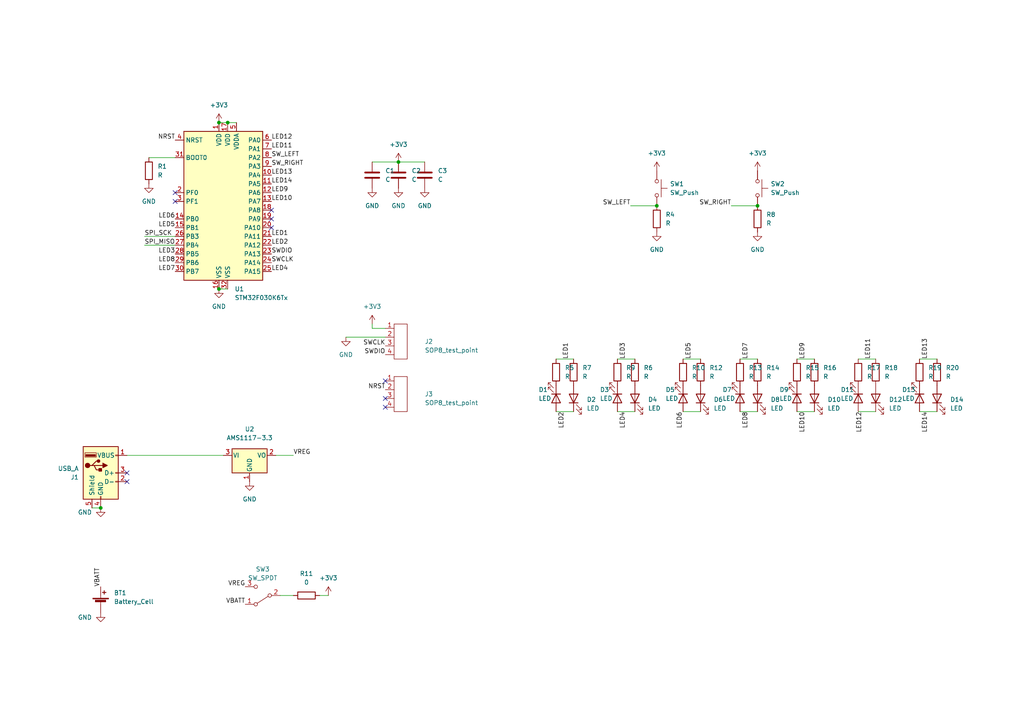
<source format=kicad_sch>
(kicad_sch (version 20211123) (generator eeschema)
  (paper "A4")
  (lib_symbols
    (symbol "Connector:USB_A" (pin_names (offset 1.016))
      (property "Reference" "J" (at -5.08 11.43 0))
      (property "Value" "USB_A" (at -5.08 8.89 0))
      (symbol "USB_A_0_1"
        (rectangle (start -5.08 -7.62) (end 5.08 7.62) (stroke (width 0.254)) (fill (type background)))
        (circle (center -3.81 2.159) (radius 0.635) (stroke (width 0.254)) (fill (type outline)))
        (rectangle (start -1.524 4.826) (end -4.318 5.334) (fill (type outline)))
        (rectangle (start -1.27 4.572) (end -4.572 5.842))
        (circle (center -0.635 3.429) (radius 0.381) (stroke (width 0.254)) (fill (type outline)))
        (rectangle (start -0.127 -7.62) (end 0.127 -6.858))
        (polyline (pts (xy -3.175 2.159) (xy -2.54 2.159) (xy -1.27 3.429) (xy -0.635 3.429)) (stroke (width 0.254)))
        (polyline (pts (xy -2.54 2.159) (xy -1.905 2.159) (xy -1.27 0.889) (xy 0 0.889)) (stroke (width 0.254)))
        (polyline (pts (xy 0.635 2.794) (xy 0.635 1.524) (xy 1.905 2.159) (xy 0.635 2.794)) (stroke (width 0.254)) (fill (type outline)))
        (rectangle (start 0.254 1.27) (end -0.508 0.508) (stroke (width 0.254)) (fill (type outline)))
        (rectangle (start 5.08 -2.667) (end 4.318 -2.413))
        (rectangle (start 5.08 -0.127) (end 4.318 0.127))
        (rectangle (start 5.08 4.953) (end 4.318 5.207))
      )
      (symbol "USB_A_1_1"
        (polyline (pts (xy -1.905 2.159) (xy 0.635 2.159)) (stroke (width 0.254)))
        (pin power_in line (at 7.62 5.08 180) (length 2.54) (name "VBUS") (number "1"))
        (pin bidirectional line (at 7.62 -2.54 180) (length 2.54) (name "D-") (number "2"))
        (pin bidirectional line (at 7.62 0 180) (length 2.54) (name "D+") (number "3"))
        (pin power_in line (at 0 -10.16 90) (length 2.54) (name "GND") (number "4"))
        (pin passive line (at -2.54 -10.16 90) (length 2.54) (name "Shield") (number "5"))
      )
    )
    (symbol "Device:Battery_Cell" (pin_numbers hide) (pin_names (offset 0) hide)
      (property "Reference" "BT" (at 2.54 2.54 0))
      (property "Value" "Battery_Cell" (at 2.54 0 0))
      (symbol "Battery_Cell_0_1"
        (rectangle (start -2.286 1.778) (end 2.286 1.524) (fill (type outline)))
        (rectangle (start -1.5748 1.1938) (end 1.4732 0.6858) (fill (type outline)))
        (polyline (pts (xy 0 0.762) (xy 0 0)))
        (polyline (pts (xy 0 1.778) (xy 0 2.54)))
        (polyline (pts (xy 0.508 3.429) (xy 1.524 3.429)) (stroke (width 0.254)))
        (polyline (pts (xy 1.016 3.937) (xy 1.016 2.921)) (stroke (width 0.254)))
      )
      (symbol "Battery_Cell_1_1"
        (pin passive line (at 0 5.08 270) (length 2.54) (name "+") (number "1"))
        (pin passive line (at 0 -2.54 90) (length 2.54) (name "-") (number "2"))
      )
    )
    (symbol "Device:C" (pin_numbers hide) (pin_names (offset 0.254))
      (property "Reference" "C" (at 0.635 2.54 0))
      (property "Value" "C" (at 0.635 -2.54 0))
      (symbol "C_0_1"
        (polyline (pts (xy -2.032 -0.762) (xy 2.032 -0.762)) (stroke (width 0.508)))
        (polyline (pts (xy -2.032 0.762) (xy 2.032 0.762)) (stroke (width 0.508)))
      )
      (symbol "C_1_1"
        (pin passive line (at 0 3.81 270) (length 2.794) (name "~") (number "1"))
        (pin passive line (at 0 -3.81 90) (length 2.794) (name "~") (number "2"))
      )
    )
    (symbol "Device:LED" (pin_numbers hide) (pin_names (offset 1.016) hide)
      (property "Reference" "D" (at 0 2.54 0))
      (property "Value" "LED" (at 0 -2.54 0))
      (symbol "LED_0_1"
        (polyline (pts (xy -1.27 -1.27) (xy -1.27 1.27)) (stroke (width 0.254)))
        (polyline (pts (xy -1.27 0) (xy 1.27 0)))
        (polyline (pts (xy 1.27 -1.27) (xy 1.27 1.27) (xy -1.27 0) (xy 1.27 -1.27)) (stroke (width 0.254)))
        (polyline (pts (xy -3.048 -0.762) (xy -4.572 -2.286) (xy -3.81 -2.286) (xy -4.572 -2.286) (xy -4.572 -1.524)))
        (polyline (pts (xy -1.778 -0.762) (xy -3.302 -2.286) (xy -2.54 -2.286) (xy -3.302 -2.286) (xy -3.302 -1.524)))
      )
      (symbol "LED_1_1"
        (pin passive line (at -3.81 0 0) (length 2.54) (name "K") (number "1"))
        (pin passive line (at 3.81 0 180) (length 2.54) (name "A") (number "2"))
      )
    )
    (symbol "Device:R" (pin_numbers hide) (pin_names (offset 0))
      (property "Reference" "R" (at 2.032 0 90))
      (property "Value" "R" (at 0 0 90))
      (symbol "R_0_1"
        (rectangle (start -1.016 -2.54) (end 1.016 2.54) (stroke (width 0.254)))
      )
      (symbol "R_1_1"
        (pin passive line (at 0 3.81 270) (length 1.27) (name "~") (number "1"))
        (pin passive line (at 0 -3.81 90) (length 1.27) (name "~") (number "2"))
      )
    )
    (symbol "MCU_ST_STM32F0:STM32F030K6Tx"
      (property "Reference" "U" (at -12.7 21.59 0))
      (property "Value" "STM32F030K6Tx" (at 5.08 21.59 0))
      (symbol "STM32F030K6Tx_0_1"
        (rectangle (start -12.7 -22.86) (end 10.16 20.32) (stroke (width 0.254)) (fill (type background)))
      )
      (symbol "STM32F030K6Tx_1_1"
        (pin power_in line (at -2.54 22.86 270) (length 2.54) (name "VDD") (number "1"))
        (pin bidirectional line (at 12.7 7.62 180) (length 2.54) (name "PA4") (number "10"))
        (pin bidirectional line (at 12.7 5.08 180) (length 2.54) (name "PA5") (number "11"))
        (pin bidirectional line (at 12.7 2.54 180) (length 2.54) (name "PA6") (number "12"))
        (pin bidirectional line (at 12.7 0 180) (length 2.54) (name "PA7") (number "13"))
        (pin bidirectional line (at -15.24 -5.08 0) (length 2.54) (name "PB0") (number "14"))
        (pin bidirectional line (at -15.24 -7.62 0) (length 2.54) (name "PB1") (number "15"))
        (pin power_in line (at -2.54 -25.4 90) (length 2.54) (name "VSS") (number "16"))
        (pin power_in line (at 0 22.86 270) (length 2.54) (name "VDD") (number "17"))
        (pin bidirectional line (at 12.7 -2.54 180) (length 2.54) (name "PA8") (number "18"))
        (pin bidirectional line (at 12.7 -5.08 180) (length 2.54) (name "PA9") (number "19"))
        (pin input line (at -15.24 2.54 0) (length 2.54) (name "PF0") (number "2"))
        (pin bidirectional line (at 12.7 -7.62 180) (length 2.54) (name "PA10") (number "20"))
        (pin bidirectional line (at 12.7 -10.16 180) (length 2.54) (name "PA11") (number "21"))
        (pin bidirectional line (at 12.7 -12.7 180) (length 2.54) (name "PA12") (number "22"))
        (pin bidirectional line (at 12.7 -15.24 180) (length 2.54) (name "PA13") (number "23"))
        (pin bidirectional line (at 12.7 -17.78 180) (length 2.54) (name "PA14") (number "24"))
        (pin bidirectional line (at 12.7 -20.32 180) (length 2.54) (name "PA15") (number "25"))
        (pin bidirectional line (at -15.24 -10.16 0) (length 2.54) (name "PB3") (number "26"))
        (pin bidirectional line (at -15.24 -12.7 0) (length 2.54) (name "PB4") (number "27"))
        (pin bidirectional line (at -15.24 -15.24 0) (length 2.54) (name "PB5") (number "28"))
        (pin bidirectional line (at -15.24 -17.78 0) (length 2.54) (name "PB6") (number "29"))
        (pin input line (at -15.24 0 0) (length 2.54) (name "PF1") (number "3"))
        (pin bidirectional line (at -15.24 -20.32 0) (length 2.54) (name "PB7") (number "30"))
        (pin input line (at -15.24 12.7 0) (length 2.54) (name "BOOT0") (number "31"))
        (pin power_in line (at 0 -25.4 90) (length 2.54) (name "VSS") (number "32"))
        (pin input line (at -15.24 17.78 0) (length 2.54) (name "NRST") (number "4"))
        (pin power_in line (at 2.54 22.86 270) (length 2.54) (name "VDDA") (number "5"))
        (pin bidirectional line (at 12.7 17.78 180) (length 2.54) (name "PA0") (number "6"))
        (pin bidirectional line (at 12.7 15.24 180) (length 2.54) (name "PA1") (number "7"))
        (pin bidirectional line (at 12.7 12.7 180) (length 2.54) (name "PA2") (number "8"))
        (pin bidirectional line (at 12.7 10.16 180) (length 2.54) (name "PA3") (number "9"))
      )
    )
    (symbol "New_Library:SOP8_test_point"
      (property "Reference" "J2" (at 6.35 1.2701 0))
      (property "Value" "SOP8_test_point" (at 6.35 -1.2699 0))
      (symbol "SOP8_test_point_0_1"
        (rectangle (start -2.54 6.35) (end 1.27 -3.81))
      )
      (symbol "SOP8_test_point_1_1"
        (pin input line (at -5.08 5.08 0) (length 2.54) (name "") (number "1"))
        (pin input line (at -5.08 2.54 0) (length 2.54) (name "") (number "2"))
        (pin input line (at -5.08 0 0) (length 2.54) (name "") (number "3"))
        (pin input line (at -5.08 -2.54 0) (length 2.54) (name "") (number "4"))
      )
    )
    (symbol "Regulator_Linear:AMS1117-3.3" (pin_names (offset 0.254))
      (property "Reference" "U" (at -3.81 3.175 0))
      (property "Value" "AMS1117-3.3" (at 0 3.175 0))
      (symbol "AMS1117-3.3_0_1"
        (rectangle (start -5.08 -5.08) (end 5.08 1.905) (stroke (width 0.254)) (fill (type background)))
      )
      (symbol "AMS1117-3.3_1_1"
        (pin power_in line (at 0 -7.62 90) (length 2.54) (name "GND") (number "1"))
        (pin power_out line (at 7.62 0 180) (length 2.54) (name "VO") (number "2"))
        (pin power_in line (at -7.62 0 0) (length 2.54) (name "VI") (number "3"))
      )
    )
    (symbol "Switch:SW_Push" (pin_numbers hide) (pin_names (offset 1.016) hide)
      (property "Reference" "SW" (at 1.27 2.54 0))
      (property "Value" "SW_Push" (at 0 -1.524 0))
      (symbol "SW_Push_0_1"
        (circle (center -2.032 0) (radius 0.508))
        (polyline (pts (xy 0 1.27) (xy 0 3.048)))
        (polyline (pts (xy 2.54 1.27) (xy -2.54 1.27)))
        (circle (center 2.032 0) (radius 0.508))
        (pin passive line (at -5.08 0 0) (length 2.54) (name "1") (number "1"))
        (pin passive line (at 5.08 0 180) (length 2.54) (name "2") (number "2"))
      )
    )
    (symbol "Switch:SW_SPDT" (pin_names (offset 0) hide)
      (property "Reference" "SW" (at 0 4.318 0))
      (property "Value" "SW_SPDT" (at 0 -5.08 0))
      (symbol "SW_SPDT_0_0"
        (circle (center -2.032 0) (radius 0.508))
        (circle (center 2.032 -2.54) (radius 0.508))
      )
      (symbol "SW_SPDT_0_1"
        (polyline (pts (xy -1.524 0.254) (xy 1.651 2.286)))
        (circle (center 2.032 2.54) (radius 0.508))
      )
      (symbol "SW_SPDT_1_1"
        (pin passive line (at 5.08 2.54 180) (length 2.54) (name "A") (number "1"))
        (pin passive line (at -5.08 0 0) (length 2.54) (name "B") (number "2"))
        (pin passive line (at 5.08 -2.54 180) (length 2.54) (name "C") (number "3"))
      )
    )
    (symbol "power:+3.3V" (power) (pin_names (offset 0))
      (property "Value" "+3.3V" (at 0 3.556 0))
      (symbol "+3.3V_0_1"
        (polyline (pts (xy -0.762 1.27) (xy 0 2.54)))
        (polyline (pts (xy 0 0) (xy 0 2.54)))
        (polyline (pts (xy 0 2.54) (xy 0.762 1.27)))
      )
      (symbol "+3.3V_1_1"
        (pin power_in line (at 0 0 90) (length 0) hide (name "+3V3") (number "1"))
      )
    )
    (symbol "power:+3V3" (power) (pin_names (offset 0))
      (property "Value" "+3V3" (at 0 3.556 0))
      (symbol "+3V3_0_1"
        (polyline (pts (xy -0.762 1.27) (xy 0 2.54)))
        (polyline (pts (xy 0 0) (xy 0 2.54)))
        (polyline (pts (xy 0 2.54) (xy 0.762 1.27)))
      )
      (symbol "+3V3_1_1"
        (pin power_in line (at 0 0 90) (length 0) hide (name "+3V3") (number "1"))
      )
    )
    (symbol "power:GND" (power) (pin_names (offset 0))
      (property "Value" "GND" (at 0 -3.81 0))
      (symbol "GND_0_1"
        (polyline (pts (xy 0 0) (xy 0 -1.27) (xy 1.27 -1.27) (xy 0 -2.54) (xy -1.27 -1.27) (xy 0 -1.27)))
      )
      (symbol "GND_1_1"
        (pin power_in line (at 0 0 270) (length 0) hide (name "GND") (number "1"))
      )
    )
  )
  (junction (at 63.5 83.82))
  (junction (at 190.5 59.69))
  (junction (at 29.21 147.32))
  (junction (at 219.71 59.69))
  (junction (at 63.5 35.56))
  (junction (at 115.57 46.99))
  (junction (at 66.04 35.56))
  (no_connect (at 50.8 55.88))
  (no_connect (at 50.8 58.42))
  (no_connect (at 111.76 110.49))
  (no_connect (at 111.76 115.57))
  (no_connect (at 111.76 118.11))
  (no_connect (at 78.74 60.96))
  (no_connect (at 78.74 63.5))
  (no_connect (at 78.74 66.04))
  (no_connect (at 36.83 137.16))
  (no_connect (at 36.83 139.7))
  (wire (pts (xy 29.21 147.32) (xy 26.67 147.32)))
  (wire (pts (xy 66.04 35.56) (xy 68.58 35.56)))
  (wire (pts (xy 266.7 119.38) (xy 271.78 119.38)))
  (wire (pts (xy 115.57 46.99) (xy 123.19 46.99)))
  (wire (pts (xy 161.29 119.38) (xy 166.37 119.38)))
  (wire (pts (xy 36.83 132.08) (xy 64.77 132.08)))
  (wire (pts (xy 63.5 35.56) (xy 66.04 35.56)))
  (wire (pts (xy 41.91 68.58) (xy 50.8 68.58)))
  (wire (pts (xy 43.18 45.72) (xy 50.8 45.72)))
  (wire (pts (xy 107.95 46.99) (xy 115.57 46.99)))
  (wire (pts (xy 231.14 104.14) (xy 236.22 104.14)))
  (wire (pts (xy 266.7 104.14) (xy 271.78 104.14)))
  (wire (pts (xy 161.29 104.14) (xy 166.37 104.14)))
  (wire (pts (xy 41.91 71.12) (xy 50.8 71.12)))
  (wire (pts (xy 182.88 59.69) (xy 190.5 59.69)))
  (wire (pts (xy 198.12 104.14) (xy 203.2 104.14)))
  (wire (pts (xy 107.95 95.25) (xy 111.76 95.25)))
  (wire (pts (xy 248.92 104.14) (xy 254 104.14)))
  (wire (pts (xy 214.63 119.38) (xy 219.71 119.38)))
  (wire (pts (xy 80.01 132.08) (xy 85.09 132.08)))
  (wire (pts (xy 63.5 83.82) (xy 66.04 83.82)))
  (wire (pts (xy 231.14 119.38) (xy 236.22 119.38)))
  (wire (pts (xy 212.09 59.69) (xy 219.71 59.69)))
  (wire (pts (xy 179.07 119.38) (xy 184.15 119.38)))
  (wire (pts (xy 198.12 119.38) (xy 203.2 119.38)))
  (wire (pts (xy 214.63 104.14) (xy 219.71 104.14)))
  (wire (pts (xy 100.33 97.79) (xy 111.76 97.79)))
  (wire (pts (xy 179.07 104.14) (xy 184.15 104.14)))
  (wire (pts (xy 248.92 119.38) (xy 254 119.38)))
  (wire (pts (xy 92.71 172.72) (xy 95.25 172.72)))
  (wire (pts (xy 81.28 172.72) (xy 85.09 172.72)))
  (wire (pts (xy 107.95 93.98) (xy 107.95 95.25)))
  (label "SPI_MISO" (at 41.91 71.12 0))
  (label "SWCLK" (at 111.76 100.33 180))
  (label "LED12" (at 250.19 119.38 270))
  (label "NRST" (at 111.76 113.03 180))
  (label "LED10" (at 233.68 119.38 270))
  (label "SW_RIGHT" (at 78.74 48.26 0))
  (label "LED3" (at 50.8 73.66 180))
  (label "LED8" (at 217.17 119.38 270))
  (label "LED6" (at 198.12 119.38 270))
  (label "LED5" (at 200.66 104.14 90))
  (label "VBATT" (at 29.21 170.18 90))
  (label "NRST" (at 50.8 40.64 180))
  (label "LED1" (at 78.74 68.58 0))
  (label "LED9" (at 78.74 55.88 0))
  (label "LED11" (at 252.73 104.14 90))
  (label "LED14" (at 78.74 53.34 0))
  (label "LED2" (at 78.74 71.12 0))
  (label "SPI_SCK" (at 41.91 68.58 0))
  (label "VREG" (at 85.09 132.08 0))
  (label "LED8" (at 50.8 76.2 180))
  (label "SWCLK" (at 78.74 76.2 0))
  (label "LED6" (at 50.8 63.5 180))
  (label "SWDIO" (at 111.76 102.87 180))
  (label "LED14" (at 269.24 119.38 270))
  (label "LED4" (at 78.74 78.74 0))
  (label "LED13" (at 269.24 104.14 90))
  (label "VREG" (at 71.12 170.18 180))
  (label "LED11" (at 78.74 43.18 0))
  (label "LED7" (at 217.17 104.14 90))
  (label "LED13" (at 78.74 50.8 0))
  (label "LED2" (at 163.83 119.38 270))
  (label "SW_RIGHT" (at 212.09 59.69 180))
  (label "LED5" (at 50.8 66.04 180))
  (label "SW_LEFT" (at 78.74 45.72 0))
  (label "LED1" (at 165.1 104.14 90))
  (label "LED4" (at 181.61 119.38 270))
  (label "LED7" (at 50.8 78.74 180))
  (label "LED3" (at 181.61 104.14 90))
  (label "LED9" (at 233.68 104.14 90))
  (label "SWDIO" (at 78.74 73.66 0))
  (label "VBATT" (at 71.12 175.26 180))
  (label "LED10" (at 78.74 58.42 0))
  (label "SW_LEFT" (at 182.88 59.69 180))
  (label "LED12" (at 78.74 40.64 0))
  (symbol (lib_id "Device:LED") (at 271.78 115.57 90) (unit 1)
    (property "Reference" "D14" (at 275.59 115.8874 90) (effects (justify right)))
    (property "Value" "LED" (at 275.59 118.4274 90) (effects (justify right)))
    (property "Footprint" "LED_SMD:LED_0805_2012Metric_Pad1.15x1.40mm_HandSolder" (effects hide))
  )
  (symbol (lib_id "Device:Battery_Cell") (at 29.21 175.26 0) (unit 1)
    (property "Reference" "BT1" (at 33.02 171.9579 0) (effects (justify left)))
    (property "Value" "Battery_Cell" (at 33.02 174.4979 0) (effects (justify left)))
    (property "Footprint" "Battery:BatteryHolder_Keystone_3034_1x20mm" (effects hide))
  )
  (symbol (lib_id "Device:R") (at 219.71 63.5 180) (unit 1)
    (property "Reference" "R8" (at 222.25 62.2299 0) (effects (justify right)))
    (property "Value" "R" (at 222.25 64.7699 0) (effects (justify right)))
    (property "Footprint" "Resistor_SMD:R_0805_2012Metric_Pad1.20x1.40mm_HandSolder" (effects hide))
  )
  (symbol (lib_id "Device:R") (at 198.12 107.95 180) (unit 1)
    (property "Reference" "R10" (at 200.66 106.6799 0) (effects (justify right)))
    (property "Value" "R" (at 200.66 109.2199 0) (effects (justify right)))
    (property "Footprint" "Resistor_SMD:R_0805_2012Metric_Pad1.20x1.40mm_HandSolder" (effects hide))
  )
  (symbol (lib_id "Device:LED") (at 161.29 115.57 270) (unit 1)
    (property "Reference" "D1" (at 156.21 113.03 90) (effects (justify left)))
    (property "Value" "LED" (at 156.21 115.57 90) (effects (justify left)))
    (property "Footprint" "LED_SMD:LED_0805_2012Metric_Pad1.15x1.40mm_HandSolder" (effects hide))
  )
  (symbol (lib_id "Device:R") (at 43.18 49.53 0) (unit 1)
    (property "Reference" "R1" (at 45.72 48.2599 0) (effects (justify left)))
    (property "Value" "R" (at 45.72 50.7999 0) (effects (justify left)))
    (property "Footprint" "Resistor_SMD:R_0805_2012Metric_Pad1.20x1.40mm_HandSolder" (effects hide))
  )
  (symbol (lib_id "Device:R") (at 236.22 107.95 0) (unit 1)
    (property "Reference" "R16" (at 238.76 106.6799 0) (effects (justify left)))
    (property "Value" "R" (at 238.76 109.2199 0) (effects (justify left)))
    (property "Footprint" "Resistor_SMD:R_0805_2012Metric_Pad1.20x1.40mm_HandSolder" (effects hide))
  )
  (symbol (lib_id "power:GND") (at 123.19 54.61 0) (unit 1)
    (property "Reference" "#PWR019" (effects hide))
    (property "Value" "GND" (at 123.19 59.69 0))
  )
  (symbol (lib_id "power:+3V3") (at 95.25 172.72 0) (unit 1)
    (property "Reference" "#PWR05" (effects hide))
    (property "Value" "+3V3" (at 95.25 167.64 0))
  )
  (symbol (lib_id "power:+3.3V") (at 63.5 35.56 0) (unit 1)
    (property "Reference" "#PWR03" (effects hide))
    (property "Value" "+3.3V" (at 63.5 30.48 0))
  )
  (symbol (lib_id "New_Library:SOP8_test_point") (at 116.84 100.33 0) (unit 1)
    (property "Reference" "J2" (at 123.19 99.0599 0) (effects (justify left)))
    (property "Value" "SOP8_test_point" (at 123.19 101.5999 0) (effects (justify left)))
    (property "Footprint" "Library:sop_8_test_pad" (effects hide))
  )
  (symbol (lib_id "power:GND") (at 29.21 177.8 0) (unit 1)
    (property "Reference" "#PWR0101" (effects hide))
    (property "Value" "GND" (at 26.67 179.0701 0) (effects (justify right)))
  )
  (symbol (lib_id "Device:R") (at 161.29 107.95 180) (unit 1)
    (property "Reference" "R5" (at 163.83 106.6799 0) (effects (justify right)))
    (property "Value" "R" (at 163.83 109.2199 0) (effects (justify right)))
    (property "Footprint" "Resistor_SMD:R_0805_2012Metric_Pad1.20x1.40mm_HandSolder" (effects hide))
  )
  (symbol (lib_id "Device:LED") (at 231.14 115.57 270) (unit 1)
    (property "Reference" "D9" (at 226.06 113.03 90) (effects (justify left)))
    (property "Value" "LED" (at 226.06 115.57 90) (effects (justify left)))
    (property "Footprint" "LED_SMD:LED_0805_2012Metric_Pad1.15x1.40mm_HandSolder" (effects hide))
  )
  (symbol (lib_id "Device:C") (at 123.19 50.8 0) (unit 1)
    (property "Reference" "C3" (at 127 49.5299 0) (effects (justify left)))
    (property "Value" "C" (at 127 52.0699 0) (effects (justify left)))
    (property "Footprint" "Capacitor_SMD:C_0805_2012Metric_Pad1.18x1.45mm_HandSolder" (effects hide))
  )
  (symbol (lib_id "Device:R") (at 231.14 107.95 180) (unit 1)
    (property "Reference" "R15" (at 233.68 106.6799 0) (effects (justify right)))
    (property "Value" "R" (at 233.68 109.2199 0) (effects (justify right)))
    (property "Footprint" "Resistor_SMD:R_0805_2012Metric_Pad1.20x1.40mm_HandSolder" (effects hide))
  )
  (symbol (lib_id "power:GND") (at 219.71 67.31 0) (unit 1)
    (property "Reference" "#PWR013" (effects hide))
    (property "Value" "GND" (at 219.71 72.39 0))
  )
  (symbol (lib_id "Device:R") (at 184.15 107.95 0) (unit 1)
    (property "Reference" "R6" (at 186.69 106.6799 0) (effects (justify left)))
    (property "Value" "R" (at 186.69 109.2199 0) (effects (justify left)))
    (property "Footprint" "Resistor_SMD:R_0805_2012Metric_Pad1.20x1.40mm_HandSolder" (effects hide))
  )
  (symbol (lib_id "power:GND") (at 72.39 139.7 0) (unit 1)
    (property "Reference" "#PWR0102" (effects hide))
    (property "Value" "GND" (at 72.39 144.78 0))
  )
  (symbol (lib_id "power:+3.3V") (at 219.71 49.53 0) (unit 1)
    (property "Reference" "#PWR012" (effects hide))
    (property "Value" "+3.3V" (at 219.71 44.45 0))
  )
  (symbol (lib_id "Device:LED") (at 203.2 115.57 90) (unit 1)
    (property "Reference" "D6" (at 207.01 115.8874 90) (effects (justify right)))
    (property "Value" "LED" (at 207.01 118.4274 90) (effects (justify right)))
    (property "Footprint" "LED_SMD:LED_0805_2012Metric_Pad1.15x1.40mm_HandSolder" (effects hide))
  )
  (symbol (lib_id "power:+3.3V") (at 107.95 93.98 0) (unit 1)
    (property "Reference" "#PWR023" (effects hide))
    (property "Value" "+3.3V" (at 107.95 88.9 0))
  )
  (symbol (lib_id "Device:C") (at 115.57 50.8 0) (unit 1)
    (property "Reference" "C2" (at 119.38 49.5299 0) (effects (justify left)))
    (property "Value" "C" (at 119.38 52.0699 0) (effects (justify left)))
    (property "Footprint" "Capacitor_SMD:C_0805_2012Metric_Pad1.18x1.45mm_HandSolder" (effects hide))
  )
  (symbol (lib_id "Device:LED") (at 266.7 115.57 270) (unit 1)
    (property "Reference" "D13" (at 261.62 113.03 90) (effects (justify left)))
    (property "Value" "LED" (at 261.62 115.57 90) (effects (justify left)))
    (property "Footprint" "LED_SMD:LED_0805_2012Metric_Pad1.15x1.40mm_HandSolder" (effects hide))
  )
  (symbol (lib_id "power:GND") (at 63.5 83.82 0) (unit 1)
    (property "Reference" "#PWR04" (effects hide))
    (property "Value" "GND" (at 63.5 88.9 0))
  )
  (symbol (lib_id "Switch:SW_Push") (at 190.5 54.61 270) (unit 1)
    (property "Reference" "SW1" (at 194.31 53.3399 90) (effects (justify left)))
    (property "Value" "SW_Push" (at 194.31 55.8799 90) (effects (justify left)))
    (property "Footprint" "Library:3_6_2_5mm_push_button_G_lead" (effects hide))
  )
  (symbol (lib_id "power:GND") (at 100.33 97.79 0) (unit 1)
    (property "Reference" "#PWR022" (effects hide))
    (property "Value" "GND" (at 100.33 102.87 0))
  )
  (symbol (lib_id "Device:LED") (at 179.07 115.57 270) (unit 1)
    (property "Reference" "D3" (at 173.99 113.03 90) (effects (justify left)))
    (property "Value" "LED" (at 173.99 115.57 90) (effects (justify left)))
    (property "Footprint" "LED_SMD:LED_0805_2012Metric_Pad1.15x1.40mm_HandSolder" (effects hide))
  )
  (symbol (lib_id "Device:LED") (at 166.37 115.57 90) (unit 1)
    (property "Reference" "D2" (at 170.18 115.8874 90) (effects (justify right)))
    (property "Value" "LED" (at 170.18 118.4274 90) (effects (justify right)))
    (property "Footprint" "LED_SMD:LED_0805_2012Metric_Pad1.15x1.40mm_HandSolder" (effects hide))
  )
  (symbol (lib_id "Device:R") (at 248.92 107.95 180) (unit 1)
    (property "Reference" "R17" (at 251.46 106.6799 0) (effects (justify right)))
    (property "Value" "R" (at 251.46 109.2199 0) (effects (justify right)))
    (property "Footprint" "Resistor_SMD:R_0805_2012Metric_Pad1.20x1.40mm_HandSolder" (effects hide))
  )
  (symbol (lib_id "Device:R") (at 219.71 107.95 0) (unit 1)
    (property "Reference" "R14" (at 222.25 106.6799 0) (effects (justify left)))
    (property "Value" "R" (at 222.25 109.2199 0) (effects (justify left)))
    (property "Footprint" "Resistor_SMD:R_0805_2012Metric_Pad1.20x1.40mm_HandSolder" (effects hide))
  )
  (symbol (lib_id "Device:R") (at 214.63 107.95 180) (unit 1)
    (property "Reference" "R13" (at 217.17 106.6799 0) (effects (justify right)))
    (property "Value" "R" (at 217.17 109.2199 0) (effects (justify right)))
    (property "Footprint" "Resistor_SMD:R_0805_2012Metric_Pad1.20x1.40mm_HandSolder" (effects hide))
  )
  (symbol (lib_id "Device:R") (at 266.7 107.95 180) (unit 1)
    (property "Reference" "R19" (at 269.24 106.6799 0) (effects (justify right)))
    (property "Value" "R" (at 269.24 109.2199 0) (effects (justify right)))
    (property "Footprint" "Resistor_SMD:R_0805_2012Metric_Pad1.20x1.40mm_HandSolder" (effects hide))
  )
  (symbol (lib_id "Device:R") (at 88.9 172.72 90) (unit 1)
    (property "Reference" "R11" (at 88.9 166.37 90))
    (property "Value" "0" (at 88.9 168.91 90))
    (property "Footprint" "Resistor_SMD:R_0805_2012Metric_Pad1.20x1.40mm_HandSolder" (effects hide))
  )
  (symbol (lib_id "Device:LED") (at 248.92 115.57 270) (unit 1)
    (property "Reference" "D11" (at 243.84 113.03 90) (effects (justify left)))
    (property "Value" "LED" (at 243.84 115.57 90) (effects (justify left)))
    (property "Footprint" "LED_SMD:LED_0805_2012Metric_Pad1.15x1.40mm_HandSolder" (effects hide))
  )
  (symbol (lib_id "Device:R") (at 190.5 63.5 180) (unit 1)
    (property "Reference" "R4" (at 193.04 62.2299 0) (effects (justify right)))
    (property "Value" "R" (at 193.04 64.7699 0) (effects (justify right)))
    (property "Footprint" "Resistor_SMD:R_0805_2012Metric_Pad1.20x1.40mm_HandSolder" (effects hide))
  )
  (symbol (lib_id "Regulator_Linear:AMS1117-3.3") (at 72.39 132.08 0) (unit 1)
    (property "Reference" "U2" (at 72.39 124.46 0))
    (property "Value" "AMS1117-3.3" (at 72.39 127 0))
    (property "Footprint" "Package_TO_SOT_SMD:SOT-223-3_TabPin2" (effects hide))
    (property "Datasheet" "http://www.advanced-monolithic.com/pdf/ds1117.pdf" (effects hide))
  )
  (symbol (lib_id "Device:R") (at 166.37 107.95 0) (unit 1)
    (property "Reference" "R7" (at 168.91 106.6799 0) (effects (justify left)))
    (property "Value" "R" (at 168.91 109.2199 0) (effects (justify left)))
    (property "Footprint" "Resistor_SMD:R_0805_2012Metric_Pad1.20x1.40mm_HandSolder" (effects hide))
  )
  (symbol (lib_id "MCU_ST_STM32F0:STM32F030K6Tx") (at 66.04 58.42 0) (unit 1)
    (property "Reference" "U1" (at 68.0594 83.82 0) (effects (justify left)))
    (property "Value" "STM32F030K6Tx" (at 68.0594 86.36 0) (effects (justify left)))
    (property "Footprint" "Package_QFP:LQFP-32_7x7mm_P0.8mm" (effects hide))
    (property "Datasheet" "http://www.st.com/st-web-ui/static/active/en/resource/technical/document/datasheet/DM00088500.pdf" (effects hide))
  )
  (symbol (lib_id "Switch:SW_Push") (at 219.71 54.61 270) (unit 1)
    (property "Reference" "SW2" (at 223.52 53.3399 90) (effects (justify left)))
    (property "Value" "SW_Push" (at 223.52 55.8799 90) (effects (justify left)))
    (property "Footprint" "Library:3_6_2_5mm_push_button_G_lead" (effects hide))
  )
  (symbol (lib_id "Device:R") (at 203.2 107.95 0) (unit 1)
    (property "Reference" "R12" (at 205.74 106.6799 0) (effects (justify left)))
    (property "Value" "R" (at 205.74 109.2199 0) (effects (justify left)))
    (property "Footprint" "Resistor_SMD:R_0805_2012Metric_Pad1.20x1.40mm_HandSolder" (effects hide))
  )
  (symbol (lib_id "power:GND") (at 190.5 67.31 0) (unit 1)
    (property "Reference" "#PWR08" (effects hide))
    (property "Value" "GND" (at 190.5 72.39 0))
  )
  (symbol (lib_id "power:GND") (at 107.95 54.61 0) (unit 1)
    (property "Reference" "#PWR016" (effects hide))
    (property "Value" "GND" (at 107.95 59.69 0))
  )
  (symbol (lib_id "Device:LED") (at 214.63 115.57 270) (unit 1)
    (property "Reference" "D7" (at 209.55 113.03 90) (effects (justify left)))
    (property "Value" "LED" (at 209.55 115.57 90) (effects (justify left)))
    (property "Footprint" "LED_SMD:LED_0805_2012Metric_Pad1.15x1.40mm_HandSolder" (effects hide))
  )
  (symbol (lib_id "Device:R") (at 254 107.95 0) (unit 1)
    (property "Reference" "R18" (at 256.54 106.6799 0) (effects (justify left)))
    (property "Value" "R" (at 256.54 109.2199 0) (effects (justify left)))
    (property "Footprint" "Resistor_SMD:R_0805_2012Metric_Pad1.20x1.40mm_HandSolder" (effects hide))
  )
  (symbol (lib_id "power:+3.3V") (at 190.5 49.53 0) (unit 1)
    (property "Reference" "#PWR07" (effects hide))
    (property "Value" "+3.3V" (at 190.5 44.45 0))
  )
  (symbol (lib_id "Device:C") (at 107.95 50.8 0) (unit 1)
    (property "Reference" "C1" (at 111.76 49.5299 0) (effects (justify left)))
    (property "Value" "C" (at 111.76 52.0699 0) (effects (justify left)))
    (property "Footprint" "Capacitor_SMD:C_0805_2012Metric_Pad1.18x1.45mm_HandSolder" (effects hide))
  )
  (symbol (lib_id "Device:LED") (at 198.12 115.57 270) (unit 1)
    (property "Reference" "D5" (at 193.04 113.03 90) (effects (justify left)))
    (property "Value" "LED" (at 193.04 115.57 90) (effects (justify left)))
    (property "Footprint" "LED_SMD:LED_0805_2012Metric_Pad1.15x1.40mm_HandSolder" (effects hide))
  )
  (symbol (lib_id "Device:LED") (at 219.71 115.57 90) (unit 1)
    (property "Reference" "D8" (at 223.52 115.8874 90) (effects (justify right)))
    (property "Value" "LED" (at 223.52 118.4274 90) (effects (justify right)))
    (property "Footprint" "LED_SMD:LED_0805_2012Metric_Pad1.15x1.40mm_HandSolder" (effects hide))
  )
  (symbol (lib_id "Switch:SW_SPDT") (at 76.2 172.72 180) (unit 1)
    (property "Reference" "SW3" (at 76.2 165.1 0))
    (property "Value" "SW_SPDT" (at 76.2 167.64 0))
    (property "Footprint" "Button_Switch_SMD:SW_SPDT_PCM12" (effects hide))
  )
  (symbol (lib_id "New_Library:SOP8_test_point") (at 116.84 115.57 0) (unit 1)
    (property "Reference" "J3" (at 123.19 114.2999 0) (effects (justify left)))
    (property "Value" "SOP8_test_point" (at 123.19 116.8399 0) (effects (justify left)))
    (property "Footprint" "Library:sop_8_test_pad" (effects hide))
  )
  (symbol (lib_id "power:GND") (at 29.21 147.32 0) (unit 1)
    (property "Reference" "#PWR01" (effects hide))
    (property "Value" "GND" (at 26.67 148.5901 0) (effects (justify right)))
  )
  (symbol (lib_id "power:+3.3V") (at 115.57 46.99 0) (unit 1)
    (property "Reference" "#PWR017" (effects hide))
    (property "Value" "+3.3V" (at 115.57 41.91 0))
  )
  (symbol (lib_id "power:GND") (at 43.18 53.34 0) (unit 1)
    (property "Reference" "#PWR02" (effects hide))
    (property "Value" "GND" (at 43.18 58.42 0))
  )
  (symbol (lib_id "Device:LED") (at 184.15 115.57 90) (unit 1)
    (property "Reference" "D4" (at 187.96 115.8874 90) (effects (justify right)))
    (property "Value" "LED" (at 187.96 118.4274 90) (effects (justify right)))
    (property "Footprint" "LED_SMD:LED_0805_2012Metric_Pad1.15x1.40mm_HandSolder" (effects hide))
  )
  (symbol (lib_id "Connector:USB_A") (at 29.21 137.16 0) (unit 1)
    (property "Reference" "J1" (at 22.86 138.4301 0) (effects (justify right)))
    (property "Value" "USB_A" (at 22.86 135.8901 0) (effects (justify right)))
    (property "Footprint" "Connector_USB:USB_A_CNCTech_1001-011-01101_Horizontal" (effects hide))
    (property "Datasheet" " ~" (effects hide))
  )
  (symbol (lib_id "Device:R") (at 179.07 107.95 180) (unit 1)
    (property "Reference" "R9" (at 181.61 106.6799 0) (effects (justify right)))
    (property "Value" "R" (at 181.61 109.2199 0) (effects (justify right)))
    (property "Footprint" "Resistor_SMD:R_0805_2012Metric_Pad1.20x1.40mm_HandSolder" (effects hide))
  )
  (symbol (lib_id "power:GND") (at 115.57 54.61 0) (unit 1)
    (property "Reference" "#PWR018" (effects hide))
    (property "Value" "GND" (at 115.57 59.69 0))
  )
  (symbol (lib_id "Device:LED") (at 254 115.57 90) (unit 1)
    (property "Reference" "D12" (at 257.81 115.8874 90) (effects (justify right)))
    (property "Value" "LED" (at 257.81 118.4274 90) (effects (justify right)))
    (property "Footprint" "LED_SMD:LED_0805_2012Metric_Pad1.15x1.40mm_HandSolder" (effects hide))
  )
  (symbol (lib_id "Device:LED") (at 236.22 115.57 90) (unit 1)
    (property "Reference" "D10" (at 240.03 115.8874 90) (effects (justify right)))
    (property "Value" "LED" (at 240.03 118.4274 90) (effects (justify right)))
    (property "Footprint" "LED_SMD:LED_0805_2012Metric_Pad1.15x1.40mm_HandSolder" (effects hide))
  )
  (symbol (lib_id "Device:R") (at 271.78 107.95 0) (unit 1)
    (property "Reference" "R20" (at 274.32 106.6799 0) (effects (justify left)))
    (property "Value" "R" (at 274.32 109.2199 0) (effects (justify left)))
    (property "Footprint" "Resistor_SMD:R_0805_2012Metric_Pad1.20x1.40mm_HandSolder" (effects hide))
  )
)
</source>
